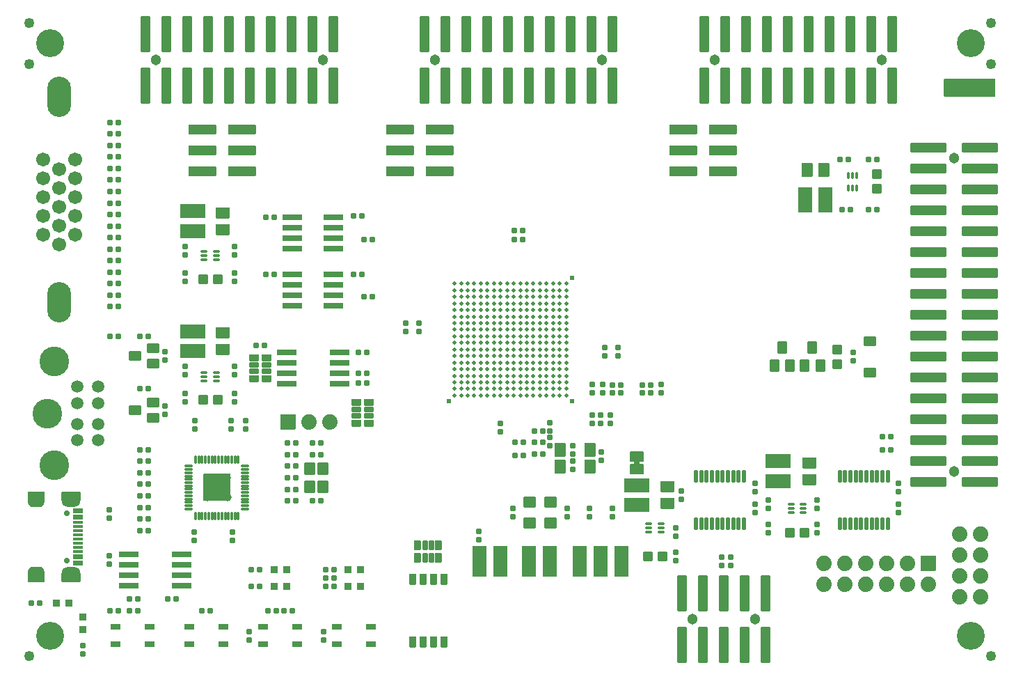
<source format=gbr>
%TF.GenerationSoftware,KiCad,Pcbnew,7.0.11-7.0.11~ubuntu22.04.1*%
%TF.CreationDate,2024-03-11T16:24:11+02:00*%
%TF.ProjectId,GateMateA1-EVB_Rev_B,47617465-4d61-4746-9541-312d4556425f,B*%
%TF.SameCoordinates,PX5f5e100PY7bfa480*%
%TF.FileFunction,Soldermask,Top*%
%TF.FilePolarity,Negative*%
%FSLAX46Y46*%
G04 Gerber Fmt 4.6, Leading zero omitted, Abs format (unit mm)*
G04 Created by KiCad (PCBNEW 7.0.11-7.0.11~ubuntu22.04.1) date 2024-03-11 16:24:11*
%MOMM*%
%LPD*%
G01*
G04 APERTURE LIST*
G04 Aperture macros list*
%AMRoundRect*
0 Rectangle with rounded corners*
0 $1 Rounding radius*
0 $2 $3 $4 $5 $6 $7 $8 $9 X,Y pos of 4 corners*
0 Add a 4 corners polygon primitive as box body*
4,1,4,$2,$3,$4,$5,$6,$7,$8,$9,$2,$3,0*
0 Add four circle primitives for the rounded corners*
1,1,$1+$1,$2,$3*
1,1,$1+$1,$4,$5*
1,1,$1+$1,$6,$7*
1,1,$1+$1,$8,$9*
0 Add four rect primitives between the rounded corners*
20,1,$1+$1,$2,$3,$4,$5,0*
20,1,$1+$1,$4,$5,$6,$7,0*
20,1,$1+$1,$6,$7,$8,$9,0*
20,1,$1+$1,$8,$9,$2,$3,0*%
G04 Aperture macros list end*
%ADD10RoundRect,0.050800X0.250000X0.275000X-0.250000X0.275000X-0.250000X-0.275000X0.250000X-0.275000X0*%
%ADD11RoundRect,0.050800X-0.250000X-0.275000X0.250000X-0.275000X0.250000X0.275000X-0.250000X0.275000X0*%
%ADD12RoundRect,0.050800X0.275000X-0.250000X0.275000X0.250000X-0.275000X0.250000X-0.275000X-0.250000X0*%
%ADD13RoundRect,0.050800X-0.275000X0.250000X-0.275000X-0.250000X0.275000X-0.250000X0.275000X0.250000X0*%
%ADD14RoundRect,0.050800X-1.651000X-0.508000X1.651000X-0.508000X1.651000X0.508000X-1.651000X0.508000X0*%
%ADD15RoundRect,0.050800X-1.500000X0.800000X-1.500000X-0.800000X1.500000X-0.800000X1.500000X0.800000X0*%
%ADD16C,0.701600*%
%ADD17RoundRect,0.050800X-1.100000X0.550000X-1.100000X-0.550000X1.100000X-0.550000X1.100000X0.550000X0*%
%ADD18O,2.301600X1.301600*%
%ADD19RoundRect,0.050800X-1.000000X0.550000X-1.000000X-0.550000X1.000000X-0.550000X1.000000X0.550000X0*%
%ADD20O,2.101600X1.401600*%
%ADD21RoundRect,0.050800X-0.575000X0.150000X-0.575000X-0.150000X0.575000X-0.150000X0.575000X0.150000X0*%
%ADD22RoundRect,0.050800X-0.575000X0.125000X-0.575000X-0.125000X0.575000X-0.125000X0.575000X0.125000X0*%
%ADD23C,1.301600*%
%ADD24RoundRect,0.050800X-2.125000X-0.500000X2.125000X-0.500000X2.125000X0.500000X-2.125000X0.500000X0*%
%ADD25RoundRect,0.050800X2.125000X0.500000X-2.125000X0.500000X-2.125000X-0.500000X2.125000X-0.500000X0*%
%ADD26RoundRect,0.050800X0.500000X-2.125000X0.500000X2.125000X-0.500000X2.125000X-0.500000X-2.125000X0*%
%ADD27C,1.879600*%
%ADD28RoundRect,0.050800X1.100000X-0.300000X1.100000X0.300000X-1.100000X0.300000X-1.100000X-0.300000X0*%
%ADD29RoundRect,0.050800X-0.380000X-0.635000X0.380000X-0.635000X0.380000X0.635000X-0.380000X0.635000X0*%
%ADD30RoundRect,0.050800X-0.350000X-0.125000X0.350000X-0.125000X0.350000X0.125000X-0.350000X0.125000X0*%
%ADD31RoundRect,0.050800X-1.100000X0.300000X-1.100000X-0.300000X1.100000X-0.300000X1.100000X0.300000X0*%
%ADD32RoundRect,0.050800X-0.508000X0.508000X-0.508000X-0.508000X0.508000X-0.508000X0.508000X0.508000X0*%
%ADD33RoundRect,0.050800X-0.508000X-0.508000X0.508000X-0.508000X0.508000X0.508000X-0.508000X0.508000X0*%
%ADD34C,1.254000*%
%ADD35RoundRect,0.050800X0.800100X-0.584200X0.800100X0.584200X-0.800100X0.584200X-0.800100X-0.584200X0*%
%ADD36RoundRect,0.050800X0.254000X-0.381000X0.254000X0.381000X-0.254000X0.381000X-0.254000X-0.381000X0*%
%ADD37RoundRect,0.050800X-0.889000X0.889000X-0.889000X-0.889000X0.889000X-0.889000X0.889000X0.889000X0*%
%ADD38RoundRect,0.050800X-0.762000X-0.635000X0.762000X-0.635000X0.762000X0.635000X-0.762000X0.635000X0*%
%ADD39RoundRect,0.050800X0.700000X-0.500000X0.700000X0.500000X-0.700000X0.500000X-0.700000X-0.500000X0*%
%ADD40C,3.401601*%
%ADD41RoundRect,0.050800X0.400000X0.400000X-0.400000X0.400000X-0.400000X-0.400000X0.400000X-0.400000X0*%
%ADD42C,1.511600*%
%ADD43C,3.601600*%
%ADD44RoundRect,0.050800X-0.500000X2.125000X-0.500000X-2.125000X0.500000X-2.125000X0.500000X2.125000X0*%
%ADD45RoundRect,0.050800X0.508000X-0.381000X0.508000X0.381000X-0.508000X0.381000X-0.508000X-0.381000X0*%
%ADD46RoundRect,0.050800X0.508000X-0.254000X0.508000X0.254000X-0.508000X0.254000X-0.508000X-0.254000X0*%
%ADD47RoundRect,0.050800X-0.525000X-0.325000X0.525000X-0.325000X0.525000X0.325000X-0.525000X0.325000X0*%
%ADD48RoundRect,0.050800X0.825500X1.841500X-0.825500X1.841500X-0.825500X-1.841500X0.825500X-1.841500X0*%
%ADD49RoundRect,0.050800X0.635000X-0.762000X0.635000X0.762000X-0.635000X0.762000X-0.635000X-0.762000X0*%
%ADD50RoundRect,0.050800X-0.381000X-0.508000X0.381000X-0.508000X0.381000X0.508000X-0.381000X0.508000X0*%
%ADD51RoundRect,0.050800X-0.254000X-0.508000X0.254000X-0.508000X0.254000X0.508000X-0.254000X0.508000X0*%
%ADD52RoundRect,0.050800X0.100000X-0.437500X0.100000X0.437500X-0.100000X0.437500X-0.100000X-0.437500X0*%
%ADD53RoundRect,0.050800X0.437500X-0.100000X0.437500X0.100000X-0.437500X0.100000X-0.437500X-0.100000X0*%
%ADD54C,1.000000*%
%ADD55C,1.800000*%
%ADD56RoundRect,0.050800X1.600000X-1.600000X1.600000X1.600000X-1.600000X1.600000X-1.600000X-1.600000X0*%
%ADD57RoundRect,0.050800X0.125000X-0.350000X0.125000X0.350000X-0.125000X0.350000X-0.125000X-0.350000X0*%
%ADD58C,0.501600*%
%ADD59C,0.601600*%
%ADD60RoundRect,0.050800X0.175000X0.700000X-0.175000X0.700000X-0.175000X-0.700000X0.175000X-0.700000X0*%
%ADD61RoundRect,0.050800X-0.600000X0.700000X-0.600000X-0.700000X0.600000X-0.700000X0.600000X0.700000X0*%
%ADD62RoundRect,0.050800X-0.700000X-0.500000X0.700000X-0.500000X0.700000X0.500000X-0.700000X0.500000X0*%
%ADD63RoundRect,0.050800X0.508000X-0.508000X0.508000X0.508000X-0.508000X0.508000X-0.508000X-0.508000X0*%
%ADD64C,1.701600*%
%ADD65O,2.901600X4.901600*%
%ADD66RoundRect,0.050800X-0.500000X-0.700000X0.500000X-0.700000X0.500000X0.700000X-0.500000X0.700000X0*%
%ADD67RoundRect,0.050800X-0.400000X0.400000X-0.400000X-0.400000X0.400000X-0.400000X0.400000X0.400000X0*%
%ADD68RoundRect,0.050800X-0.889000X-0.889000X0.889000X-0.889000X0.889000X0.889000X-0.889000X0.889000X0*%
%ADD69RoundRect,0.050800X-0.800000X-1.500000X0.800000X-1.500000X0.800000X1.500000X-0.800000X1.500000X0*%
%ADD70RoundRect,0.050800X-0.700000X-0.600000X0.700000X-0.600000X0.700000X0.600000X-0.700000X0.600000X0*%
G04 APERTURE END LIST*
D10*
X11292000Y7000000D03*
D11*
X12308000Y7000000D03*
X77100000Y34500000D03*
D10*
X76084000Y34500000D03*
D12*
X26200000Y16608000D03*
D13*
X26200000Y15592000D03*
D14*
X22587000Y65540000D03*
X27413000Y65540000D03*
X22587000Y63000000D03*
X27413000Y63000000D03*
X22587000Y60460000D03*
X27413000Y60460000D03*
D15*
X92600000Y22800000D03*
X92600000Y25200000D03*
D16*
X6030000Y13110000D03*
X6030000Y18890000D03*
D17*
X6530000Y11072400D03*
D18*
X6530000Y11680000D03*
X6530000Y20320000D03*
D17*
X6530000Y20927600D03*
D19*
X2350000Y11072400D03*
D20*
X2350000Y11680000D03*
X2350000Y20320000D03*
D19*
X2350000Y20927600D03*
D21*
X7432000Y19325000D03*
X7432000Y18525000D03*
D22*
X7432000Y17250000D03*
X7432000Y16250000D03*
X7432000Y15750000D03*
X7432000Y14750000D03*
D21*
X7432000Y13475000D03*
X7432000Y12675000D03*
X7432000Y12925000D03*
X7432000Y13725000D03*
D22*
X7432000Y14250000D03*
X7432000Y15250000D03*
X7432000Y16750000D03*
X7432000Y17750000D03*
D21*
X7432000Y18275000D03*
X7432000Y19075000D03*
D23*
X114000000Y62050000D03*
X114000000Y23950000D03*
D24*
X110875000Y63320000D03*
X117125000Y63320000D03*
X110875000Y60780000D03*
X117125000Y60780000D03*
X110875000Y58240000D03*
X117125000Y58240000D03*
X110875000Y55700000D03*
X117125000Y55700000D03*
X110875000Y53160000D03*
X117125000Y53160000D03*
X110875000Y50620000D03*
X117125000Y50620000D03*
X110875000Y48080000D03*
X117125000Y48080000D03*
X110875000Y45540000D03*
X117125000Y45540000D03*
X110875000Y43000000D03*
X117125000Y43000000D03*
X110875000Y40460000D03*
X117125000Y40460000D03*
D25*
X110875000Y37920000D03*
D24*
X117125000Y37920000D03*
D25*
X110875000Y35380000D03*
D24*
X117125000Y35380000D03*
D25*
X110875000Y32840000D03*
D24*
X117125000Y32840000D03*
D25*
X110875000Y30300000D03*
D24*
X117125000Y30300000D03*
D25*
X110875000Y27760000D03*
D24*
X117125000Y27760000D03*
D25*
X110875000Y25220000D03*
D24*
X117125000Y25220000D03*
D25*
X110875000Y22680000D03*
D24*
X117125000Y22680000D03*
D23*
X16840000Y74000000D03*
X37160000Y74000000D03*
D26*
X15570000Y70875000D03*
X15570000Y77125000D03*
X18110000Y70875000D03*
X18110000Y77125000D03*
X20650000Y70875000D03*
X20650000Y77125000D03*
X23190000Y70875000D03*
X23190000Y77125000D03*
X25730000Y70875000D03*
X25730000Y77125000D03*
X28270000Y70875000D03*
X28270000Y77125000D03*
X30810000Y70875000D03*
X30810000Y77125000D03*
X33350000Y70875000D03*
X33350000Y77125000D03*
X35890000Y70875000D03*
X35890000Y77125000D03*
X38430000Y70875000D03*
X38430000Y77125000D03*
D27*
X114630000Y11255000D03*
D23*
X84840000Y74000000D03*
X105160000Y74000000D03*
D26*
X83570000Y70875000D03*
X83570000Y77125000D03*
X86110000Y70875000D03*
X86110000Y77125000D03*
X88650000Y70875000D03*
X88650000Y77125000D03*
X91190000Y70875000D03*
X91190000Y77125000D03*
X93730000Y70875000D03*
X93730000Y77125000D03*
X96270000Y70875000D03*
X96270000Y77125000D03*
X98810000Y70875000D03*
X98810000Y77125000D03*
X101350000Y70875000D03*
X101350000Y77125000D03*
X103890000Y70875000D03*
X103890000Y77125000D03*
X106430000Y70875000D03*
X106430000Y77125000D03*
D28*
X20035000Y10095000D03*
X20035000Y11365000D03*
X20035000Y12635000D03*
X20035000Y13905000D03*
X13565000Y13905000D03*
X13565000Y12635000D03*
X13565000Y11365000D03*
X13565000Y10095000D03*
D11*
X41908000Y55000000D03*
D10*
X40892000Y55000000D03*
D29*
X48095000Y3190000D03*
X49365000Y3190000D03*
X50635000Y3190000D03*
X51905000Y3190000D03*
X51905000Y10810000D03*
X50635000Y10810000D03*
X49365000Y10810000D03*
X48095000Y10810000D03*
D10*
X62892000Y28900000D03*
D11*
X63908000Y28900000D03*
D30*
X94150000Y20000000D03*
X94150000Y19500000D03*
X94150000Y19000000D03*
X95650000Y19000000D03*
X95650000Y19500000D03*
X95650000Y20000000D03*
D10*
X37492000Y11000000D03*
D11*
X38508000Y11000000D03*
D31*
X33500000Y54905000D03*
X33500000Y53635000D03*
X33500000Y52365000D03*
X33500000Y51095000D03*
X38500000Y51095000D03*
X38500000Y52365000D03*
X38500000Y53635000D03*
X38500000Y54905000D03*
D10*
X11292000Y44000000D03*
D11*
X12308000Y44000000D03*
D10*
X103600000Y61900000D03*
D11*
X104616000Y61900000D03*
D27*
X117170000Y16335000D03*
D13*
X101750000Y37392000D03*
D12*
X101750000Y38408000D03*
X86800000Y13508000D03*
D13*
X86800000Y12492000D03*
X60300001Y18492000D03*
D12*
X60300001Y19508000D03*
D11*
X77100000Y33500000D03*
D10*
X76084000Y33500000D03*
D11*
X15908000Y23800000D03*
D10*
X14892000Y23800000D03*
D13*
X91400000Y19492000D03*
D12*
X91400000Y20508000D03*
D11*
X71008000Y30800000D03*
D10*
X69992000Y30800000D03*
D13*
X18000000Y37492001D03*
D12*
X18000000Y38508001D03*
D32*
X99750000Y38788999D03*
X99750000Y37010999D03*
D10*
X14892000Y21000000D03*
D11*
X15908000Y21000000D03*
D13*
X70000000Y33492000D03*
D12*
X70000000Y34508000D03*
D33*
X22600000Y47300000D03*
X24378000Y47300000D03*
D34*
X118500000Y1500000D03*
D35*
X75400000Y24238000D03*
X75400000Y24238000D03*
D36*
X75400000Y24746000D03*
X75400000Y25254000D03*
D35*
X75400000Y25762000D03*
D12*
X91400000Y17508000D03*
D13*
X91400000Y16492000D03*
D11*
X15908000Y34000000D03*
D10*
X14892000Y34000000D03*
D12*
X85700000Y13508000D03*
D13*
X85700000Y12492000D03*
X26400000Y50292000D03*
D12*
X26400000Y51308000D03*
D11*
X12308000Y40400000D03*
D10*
X11292000Y40400000D03*
D12*
X71500000Y39008000D03*
D13*
X71500000Y37992000D03*
D11*
X2758000Y8000000D03*
D10*
X1742000Y8000000D03*
D11*
X38508000Y10000000D03*
D10*
X37492000Y10000000D03*
D37*
X110850000Y12770000D03*
D27*
X108310000Y12770000D03*
X105770000Y12770000D03*
X103230000Y12770000D03*
X100690000Y12770000D03*
X98150000Y12770000D03*
X110850000Y10230000D03*
X108310000Y10230000D03*
X105770000Y10230000D03*
X103230000Y10230000D03*
X100690000Y10230000D03*
X98150000Y10230000D03*
D38*
X79100000Y22116000D03*
X79100000Y20084000D03*
D10*
X41492000Y35900000D03*
D11*
X42508000Y35900000D03*
D39*
X103750000Y35999999D03*
X103750000Y39799999D03*
D12*
X28250000Y4508000D03*
D13*
X28250000Y3492000D03*
X37250000Y3492000D03*
D12*
X37250000Y4508000D03*
D13*
X80800000Y20592000D03*
D12*
X80800000Y21608000D03*
D11*
X29508000Y10000000D03*
D10*
X28492000Y10000000D03*
X11292000Y55200000D03*
D11*
X12308000Y55200000D03*
D40*
X4000000Y76000000D03*
D11*
X12308000Y58000000D03*
D10*
X11292000Y58000000D03*
D41*
X4738000Y8000000D03*
X6262000Y8000000D03*
D12*
X97300000Y17508000D03*
D13*
X97300000Y16492000D03*
D12*
X78300000Y34508000D03*
D13*
X78300000Y33492000D03*
D34*
X118500000Y73500000D03*
D42*
X7270000Y29730000D03*
X7270000Y32270000D03*
X7270000Y27740000D03*
X7270000Y34260000D03*
X9810000Y27740000D03*
X9810000Y34260000D03*
X9810000Y32270000D03*
X9810000Y29730000D03*
D43*
X4500000Y37300000D03*
X3700000Y31000000D03*
X4500000Y24700000D03*
D11*
X15908000Y16800000D03*
D10*
X14892000Y16800000D03*
D31*
X33500000Y47905000D03*
X33500000Y46635000D03*
X33500000Y45365000D03*
X33500000Y44095000D03*
X38500000Y44095000D03*
X38500000Y45365000D03*
X38500000Y46635000D03*
X38500000Y47905000D03*
D11*
X36908000Y20400000D03*
D10*
X35892000Y20400000D03*
D33*
X76711000Y13600000D03*
X78489000Y13600000D03*
D10*
X11292000Y45400000D03*
D11*
X12308000Y45400000D03*
D34*
X1500000Y73500000D03*
D10*
X35892000Y26000000D03*
D11*
X36908000Y26000000D03*
X12308001Y53800000D03*
D10*
X11292001Y53800000D03*
X11292001Y62200000D03*
D11*
X12308001Y62200000D03*
D41*
X31238000Y10000000D03*
X32762000Y10000000D03*
D12*
X107250000Y22508000D03*
D13*
X107250000Y21492000D03*
D38*
X96400000Y25016000D03*
X96400000Y22984000D03*
D13*
X64800000Y27092000D03*
D12*
X64800000Y28108000D03*
D34*
X1500000Y78500000D03*
D10*
X62892000Y27500000D03*
D11*
X63908000Y27500000D03*
D12*
X72200000Y30808000D03*
D13*
X72200000Y29792000D03*
D10*
X62892000Y26100000D03*
D11*
X63908000Y26100000D03*
D10*
X35892000Y27393800D03*
D11*
X36908000Y27393800D03*
D40*
X116000000Y4000000D03*
D11*
X29508000Y12000000D03*
D10*
X28492000Y12000000D03*
D33*
X94011000Y16500000D03*
X95789000Y16500000D03*
D13*
X20400000Y50292000D03*
D12*
X20400000Y51308000D03*
D10*
X11292000Y51000000D03*
D11*
X12308000Y51000000D03*
D23*
X89810000Y6000000D03*
X82190000Y6000000D03*
D44*
X91080000Y9125000D03*
X91080000Y2875000D03*
X88540000Y9125000D03*
X88540000Y2875000D03*
X86000000Y9125000D03*
X86000000Y2875000D03*
X83460000Y9125000D03*
X83460000Y2875000D03*
X80920000Y9125000D03*
X80920000Y2875000D03*
D13*
X80150000Y16092000D03*
D12*
X80150000Y17108000D03*
D11*
X61508000Y52200000D03*
D10*
X60492000Y52200000D03*
D12*
X21500000Y16608000D03*
D13*
X21500000Y15592000D03*
D10*
X11292000Y63600000D03*
D11*
X12308000Y63600000D03*
D45*
X42762000Y29830000D03*
X41238000Y29830000D03*
D46*
X42762000Y30719000D03*
X41238000Y30719000D03*
X42762000Y31481000D03*
X41238000Y31481000D03*
D45*
X42762000Y32370000D03*
X41238000Y32370000D03*
D15*
X21400000Y53200000D03*
X21400000Y55600000D03*
D47*
X38925000Y5075000D03*
X43075000Y5075000D03*
X38925000Y2925000D03*
X43075000Y2925000D03*
D11*
X106308000Y28200000D03*
D10*
X105292000Y28200000D03*
D48*
X64770000Y13000000D03*
X62230000Y13000000D03*
D12*
X58800000Y29808000D03*
D13*
X58800000Y28792000D03*
D47*
X29925000Y5075000D03*
X34075000Y5075000D03*
X29925000Y2925000D03*
X34075000Y2925000D03*
D45*
X30362000Y35230000D03*
X28838000Y35230000D03*
D46*
X30362000Y36119000D03*
X28838000Y36119000D03*
X30362000Y36881000D03*
X28838000Y36881000D03*
D45*
X30362000Y37770000D03*
X28838000Y37770000D03*
D13*
X71200000Y33492000D03*
D12*
X71200000Y34508000D03*
D49*
X96084000Y60600000D03*
X98116000Y60600000D03*
D13*
X89750000Y18992000D03*
D12*
X89750000Y20008000D03*
D13*
X69600000Y18492000D03*
D12*
X69600000Y19508000D03*
X56200000Y16708000D03*
D13*
X56200000Y15692000D03*
X26400000Y35692000D03*
D12*
X26400000Y36708000D03*
D10*
X41492000Y34700000D03*
D11*
X42508000Y34700000D03*
D10*
X32892000Y24600000D03*
D11*
X33908000Y24600000D03*
D49*
X66100000Y24584000D03*
X66100000Y26616000D03*
D27*
X114630000Y13795000D03*
D50*
X48730000Y13428000D03*
X48730000Y14952000D03*
D51*
X49619000Y13428000D03*
X49619000Y14952000D03*
X50381000Y13428000D03*
X50381000Y14952000D03*
D50*
X51270000Y13428000D03*
X51270000Y14952000D03*
D31*
X32765000Y38405000D03*
X32765000Y37135000D03*
X32765000Y35865000D03*
X32765000Y34595000D03*
X39235000Y34595000D03*
X39235000Y35865000D03*
X39235000Y37135000D03*
X39235000Y38405000D03*
D13*
X20400000Y35692000D03*
D12*
X20400000Y36708000D03*
D15*
X21400000Y38600000D03*
X21400000Y41000000D03*
D10*
X11292000Y48200000D03*
D11*
X12308000Y48200000D03*
D10*
X105292000Y26600000D03*
D11*
X106308000Y26600000D03*
D10*
X11292001Y59400000D03*
D11*
X12308001Y59400000D03*
D27*
X114630000Y8715000D03*
D10*
X32892000Y21800000D03*
D11*
X33908000Y21800000D03*
D52*
X21700000Y18568700D03*
X22100000Y18568700D03*
X22500000Y18568700D03*
X22900000Y18568700D03*
X23300000Y18568700D03*
X23700000Y18568700D03*
X24100000Y18568700D03*
X24500000Y18568700D03*
X24900000Y18568700D03*
X25300000Y18568700D03*
X25700000Y18568700D03*
X26100000Y18568700D03*
X26500000Y18568700D03*
X26900000Y18568700D03*
D53*
X27737500Y19406200D03*
X27737500Y19806200D03*
X27737500Y20206200D03*
X27737500Y20606200D03*
X27737500Y21006200D03*
X27737500Y21406200D03*
X27737500Y21806200D03*
X27737500Y22206200D03*
X27737500Y22606200D03*
X27737500Y23006200D03*
X27737500Y23406200D03*
X27737500Y23806200D03*
X27737500Y24206200D03*
X27737500Y24606200D03*
D52*
X26900000Y25443700D03*
X26500000Y25443700D03*
X26100000Y25443700D03*
X25700000Y25443700D03*
X25300000Y25443700D03*
X24900000Y25443700D03*
X24500000Y25443700D03*
X24100000Y25443700D03*
X23700000Y25443700D03*
X23300000Y25443700D03*
X22900000Y25443700D03*
X22500000Y25443700D03*
X22100000Y25443700D03*
X21700000Y25443700D03*
D53*
X20862500Y24606200D03*
X20862500Y24206200D03*
X20862500Y23806200D03*
X20862500Y23406200D03*
X20862500Y23006200D03*
X20862500Y22606200D03*
X20862500Y22206200D03*
X20862500Y21806200D03*
X20862500Y21406200D03*
X20862500Y21006200D03*
X20862500Y20606200D03*
X20862500Y20206200D03*
X20862500Y19806200D03*
X20862500Y19406200D03*
D54*
X23100000Y23206200D03*
X23100000Y20806200D03*
D55*
X24300000Y22006200D03*
D56*
X24300000Y22006200D03*
D54*
X25500000Y23206200D03*
X25570000Y20806200D03*
D10*
X60592000Y25900000D03*
D11*
X61608000Y25900000D03*
D47*
X11925000Y5075000D03*
X16075000Y5075000D03*
X11925000Y2925000D03*
X16075000Y2925000D03*
D10*
X60592000Y27500000D03*
D11*
X61608000Y27500000D03*
D10*
X30292000Y47900000D03*
D11*
X31308000Y47900000D03*
D30*
X22750000Y50700000D03*
X22750000Y50200000D03*
X22750000Y49700000D03*
X24250000Y49700000D03*
X24250000Y50200000D03*
X24250000Y50700000D03*
D10*
X13692000Y7000000D03*
D11*
X14708000Y7000000D03*
D13*
X66899999Y18492000D03*
D12*
X66899999Y19508000D03*
D57*
X101108000Y58450000D03*
X101608000Y58450000D03*
X102108000Y58450000D03*
X102108000Y59950000D03*
X101608000Y59950000D03*
X101108000Y59950000D03*
D40*
X4000000Y4000000D03*
D13*
X97300000Y19492000D03*
D12*
X97300000Y20508000D03*
D58*
X53200000Y46800000D03*
X54000000Y46800000D03*
X54800000Y46800000D03*
X55600000Y46800000D03*
X56400000Y46800000D03*
X57200000Y46800000D03*
X58000000Y46800000D03*
X58800000Y46800000D03*
X59600000Y46800000D03*
X60400000Y46800000D03*
X61200000Y46800000D03*
X62000000Y46800000D03*
X62800000Y46800000D03*
X63600000Y46800000D03*
X64400000Y46800000D03*
X65200000Y46800000D03*
X66000000Y46800000D03*
X66800000Y46800000D03*
X53200000Y46000000D03*
X54000000Y46000000D03*
X54800000Y46000000D03*
X55600000Y46000000D03*
X56400000Y46000000D03*
X57200000Y46000000D03*
X58000000Y46000000D03*
X58800000Y46000000D03*
X59600000Y46000000D03*
X60400000Y46000000D03*
X61200000Y46000000D03*
X62000000Y46000000D03*
X62800000Y46000000D03*
X63600000Y46000000D03*
X64400000Y46000000D03*
X65200000Y46000000D03*
X66000000Y46000000D03*
X66800000Y46000000D03*
X53200000Y45200000D03*
X54000000Y45200000D03*
X54800000Y45200000D03*
X55600000Y45200000D03*
X56400000Y45200000D03*
X57200000Y45200000D03*
X58000000Y45200000D03*
X58800000Y45200000D03*
X59600000Y45200000D03*
X60400000Y45200000D03*
X61200000Y45200000D03*
X62000000Y45200000D03*
X62800000Y45200000D03*
X63600000Y45200000D03*
X64400000Y45200000D03*
X65200000Y45200000D03*
X66000000Y45200000D03*
X66800000Y45200000D03*
X53200000Y44400000D03*
X54000000Y44400000D03*
X54800000Y44400000D03*
X55600000Y44400000D03*
X56400000Y44400000D03*
X57200000Y44400000D03*
X58000000Y44400000D03*
X58800000Y44400000D03*
X59600000Y44400000D03*
X60400000Y44400000D03*
X61200000Y44400000D03*
X62000000Y44400000D03*
X62800000Y44400000D03*
X63600000Y44400000D03*
X64400000Y44400000D03*
X65200000Y44400000D03*
X66000000Y44400000D03*
X66800000Y44400000D03*
X53200000Y43600000D03*
X54000000Y43600000D03*
X54800000Y43600000D03*
X55600000Y43600000D03*
X56400000Y43600000D03*
X57200000Y43600000D03*
X58000000Y43600000D03*
X58800000Y43600000D03*
X59600000Y43600000D03*
X60400000Y43600000D03*
X61200000Y43600000D03*
X62000000Y43600000D03*
X62800000Y43600000D03*
X63600000Y43600000D03*
X64400000Y43600000D03*
X65200000Y43600000D03*
X66000000Y43600000D03*
X66800000Y43600000D03*
X53200000Y42800000D03*
X54000000Y42800000D03*
X54800000Y42800000D03*
X55600000Y42800000D03*
X56400000Y42800000D03*
X57200000Y42800000D03*
X58000000Y42800000D03*
X58800000Y42800000D03*
X59600000Y42800000D03*
X60400000Y42800000D03*
X61200000Y42800000D03*
X62000000Y42800000D03*
X62800000Y42800000D03*
X63600000Y42800000D03*
X64400000Y42800000D03*
X65200000Y42800000D03*
X66000000Y42800000D03*
X66800000Y42800000D03*
X53200000Y42000000D03*
X54000000Y42000000D03*
X54800000Y42000000D03*
X55600000Y42000000D03*
X56400000Y42000000D03*
X57200000Y42000000D03*
X58000000Y42000000D03*
X58800000Y42000000D03*
X59600000Y42000000D03*
X60400000Y42000000D03*
X61200000Y42000000D03*
X62000000Y42000000D03*
X62800000Y42000000D03*
X63600000Y42000000D03*
X64400000Y42000000D03*
X65200000Y42000000D03*
X66000000Y42000000D03*
X66800000Y42000000D03*
X53200000Y41200000D03*
X54000000Y41200000D03*
X54800000Y41200000D03*
X55600000Y41200000D03*
X56400000Y41200000D03*
X57200000Y41200000D03*
X58000000Y41200000D03*
X58800000Y41200000D03*
X59600000Y41200000D03*
X60400000Y41200000D03*
X61200000Y41200000D03*
X62000000Y41200000D03*
X62800000Y41200000D03*
X63600000Y41200000D03*
X64400000Y41200000D03*
X65200000Y41200000D03*
X66000000Y41200000D03*
X66800000Y41200000D03*
X53200000Y40400000D03*
X54000000Y40400000D03*
X54800000Y40400000D03*
X55600000Y40400000D03*
X56400000Y40400000D03*
X57200000Y40400000D03*
X58000000Y40400000D03*
X58800000Y40400000D03*
X59600000Y40400000D03*
X60400000Y40400000D03*
X61200000Y40400000D03*
X62000000Y40400000D03*
X62800000Y40400000D03*
X63600000Y40400000D03*
X64400000Y40400000D03*
X65200000Y40400000D03*
X66000000Y40400000D03*
X66800000Y40400000D03*
X53200000Y39600000D03*
X54000000Y39600000D03*
X54800000Y39600000D03*
X55600000Y39600000D03*
X56400000Y39600000D03*
X57200000Y39600000D03*
X58000000Y39600000D03*
X58800000Y39600000D03*
X59600000Y39600000D03*
X60400000Y39600000D03*
X61200000Y39600000D03*
X62000000Y39600000D03*
X62800000Y39600000D03*
X63600000Y39600000D03*
X64400000Y39600000D03*
X65200000Y39600000D03*
X66000000Y39600000D03*
X66800000Y39600000D03*
D59*
X67500000Y47500000D03*
X67500000Y32500000D03*
X52500000Y32500000D03*
D58*
X53200000Y38800000D03*
X54000000Y38800000D03*
X54800000Y38800000D03*
X55600000Y38800000D03*
X56400000Y38800000D03*
X57200000Y38800000D03*
X58000000Y38800000D03*
X58800000Y38800000D03*
X59600000Y38800000D03*
X60400000Y38800000D03*
X61200000Y38800000D03*
X62000000Y38800000D03*
X62800000Y38800000D03*
X63600000Y38800000D03*
X64400000Y38800000D03*
X65200000Y38800000D03*
X66000000Y38800000D03*
X66800000Y38800000D03*
X53200000Y38000000D03*
X54000000Y38000000D03*
X54800000Y38000000D03*
X55600000Y38000000D03*
X56400000Y38000000D03*
X57200000Y38000000D03*
X58000000Y38000000D03*
X58800000Y38000000D03*
X59600000Y38000000D03*
X60400000Y38000000D03*
X61200000Y38000000D03*
X62000000Y38000000D03*
X62800000Y38000000D03*
X63600000Y38000000D03*
X64400000Y38000000D03*
X65200000Y38000000D03*
X66000000Y38000000D03*
X66800000Y38000000D03*
X53200000Y37200000D03*
X54000000Y37200000D03*
X54800000Y37200000D03*
X55600000Y37200000D03*
X56400000Y37200000D03*
X57200000Y37200000D03*
X58000000Y37200000D03*
X58800000Y37200000D03*
X59600000Y37200000D03*
X60400000Y37200000D03*
X61200000Y37200000D03*
X62000000Y37200000D03*
X62800000Y37200000D03*
X63600000Y37200000D03*
X64400000Y37200000D03*
X65200000Y37200000D03*
X66000000Y37200000D03*
X66800000Y37200000D03*
X53200000Y36400000D03*
X54000000Y36400000D03*
X54800000Y36400000D03*
X55600000Y36400000D03*
X56400000Y36400000D03*
X57200000Y36400000D03*
X58000000Y36400000D03*
X58800000Y36400000D03*
X59600000Y36400000D03*
X60400000Y36400000D03*
X61200000Y36400000D03*
X62000000Y36400000D03*
X62800000Y36400000D03*
X63600000Y36400000D03*
X64400000Y36400000D03*
X65200000Y36400000D03*
X66000000Y36400000D03*
X66800000Y36400000D03*
X53200000Y35600000D03*
X54000000Y35600000D03*
X54800000Y35600000D03*
X55600000Y35600000D03*
X56400000Y35600000D03*
X57200000Y35600000D03*
X58000000Y35600000D03*
X58800000Y35600000D03*
X59600000Y35600000D03*
X60400000Y35600000D03*
X61200000Y35600000D03*
X62000000Y35600000D03*
X62800000Y35600000D03*
X63600000Y35600000D03*
X64400000Y35600000D03*
X65200000Y35600000D03*
X66000000Y35600000D03*
X66800000Y35600000D03*
X53200000Y34800000D03*
X54000000Y34800000D03*
X54800000Y34800000D03*
X55600000Y34800000D03*
X56400000Y34800000D03*
X57200000Y34800000D03*
X58000000Y34800000D03*
X58800000Y34800000D03*
X59600000Y34800000D03*
X60400000Y34800000D03*
X61200000Y34800000D03*
X62000000Y34800000D03*
X62800000Y34800000D03*
X63600000Y34800000D03*
X64400000Y34800000D03*
X65200000Y34800000D03*
X66000000Y34800000D03*
X66800000Y34800000D03*
X53200000Y34000000D03*
X54000000Y34000000D03*
X54800000Y34000000D03*
X55600000Y34000000D03*
X56400000Y34000000D03*
X57200000Y34000000D03*
X58000000Y34000000D03*
X58800000Y34000000D03*
X59600000Y34000000D03*
X60400000Y34000000D03*
X61200000Y34000000D03*
X62000000Y34000000D03*
X62800000Y34000000D03*
X63600000Y34000000D03*
X64400000Y34000000D03*
X65200000Y34000000D03*
X66000000Y34000000D03*
X66800000Y34000000D03*
X53200000Y33200000D03*
X54000000Y33200000D03*
X54800000Y33200000D03*
X55600000Y33200000D03*
X56400000Y33200000D03*
X57200000Y33200000D03*
X58000000Y33200000D03*
X58800000Y33200000D03*
X59600000Y33200000D03*
X60400000Y33200000D03*
X61200000Y33200000D03*
X62000000Y33200000D03*
X62800000Y33200000D03*
X63600000Y33200000D03*
X64400000Y33200000D03*
X65200000Y33200000D03*
X66000000Y33200000D03*
X66800000Y33200000D03*
D13*
X11200000Y12692000D03*
D12*
X11200000Y13708000D03*
D11*
X12308001Y65000000D03*
D10*
X11292001Y65000000D03*
D23*
X50840000Y74000000D03*
X71160000Y74000000D03*
D26*
X49570000Y70875000D03*
X49570000Y77125000D03*
X52110000Y70875000D03*
X52110000Y77125000D03*
X54650000Y70875000D03*
X54650000Y77125000D03*
X57190000Y70875000D03*
X57190000Y77125000D03*
X59730000Y70875000D03*
X59730000Y77125000D03*
X62270000Y70875000D03*
X62270000Y77125000D03*
X64810000Y70875000D03*
X64810000Y77125000D03*
X67350000Y70875000D03*
X67350000Y77125000D03*
X69890000Y70875000D03*
X69890000Y77125000D03*
X72430000Y70875000D03*
X72430000Y77125000D03*
D12*
X26400000Y48108000D03*
D13*
X26400000Y47092000D03*
D60*
X88425000Y23400000D03*
X87775000Y23400000D03*
X87125000Y23400000D03*
X86475000Y23400000D03*
X85825000Y23400000D03*
X85175000Y23400000D03*
X84525000Y23400000D03*
X83875000Y23400000D03*
X83225000Y23400000D03*
X82575000Y23400000D03*
X82575000Y17600000D03*
X83225000Y17600000D03*
X83875000Y17600000D03*
X84525000Y17600000D03*
X85175000Y17600000D03*
X85825000Y17600000D03*
X86475000Y17600000D03*
X87125000Y17600000D03*
X87775000Y17600000D03*
X88425000Y17600000D03*
D41*
X40238000Y12000000D03*
X41762000Y12000000D03*
D12*
X20400000Y48108000D03*
D13*
X20400000Y47092000D03*
D48*
X58770000Y13000000D03*
X56230000Y13000000D03*
D13*
X64800000Y28892000D03*
D12*
X64800000Y29908000D03*
D27*
X117170000Y11255000D03*
D30*
X76850000Y17600000D03*
X76850000Y17100000D03*
X76850000Y16600000D03*
X78350000Y16600000D03*
X78350000Y17100000D03*
X78350000Y17600000D03*
D13*
X67600000Y24192000D03*
D12*
X67600000Y25208000D03*
D11*
X12308000Y66400000D03*
D10*
X11292000Y66400000D03*
D13*
X48900000Y40992000D03*
D12*
X48900000Y42008000D03*
D10*
X22492000Y7000000D03*
D11*
X23508000Y7000000D03*
D61*
X35600000Y24300000D03*
X37200000Y22100000D03*
X37200000Y24300000D03*
X35600000Y22100000D03*
D11*
X33908000Y20400000D03*
D10*
X32892000Y20400000D03*
D11*
X30108000Y39300000D03*
D10*
X29092000Y39300000D03*
D48*
X73540000Y13000000D03*
X71000000Y13000000D03*
X68460000Y13000000D03*
D12*
X11200000Y19308000D03*
D13*
X11200000Y18292000D03*
D62*
X16507440Y30450040D03*
X16507440Y32352500D03*
X14297640Y31397460D03*
D41*
X31238000Y12000000D03*
X32762000Y12000000D03*
D27*
X114630000Y16335000D03*
D13*
X71100000Y25292000D03*
D12*
X71100000Y26308000D03*
D10*
X103592000Y55800000D03*
D11*
X104608000Y55800000D03*
D27*
X117170000Y8715000D03*
D11*
X61508000Y53300000D03*
D10*
X60492000Y53300000D03*
D11*
X15908000Y25200000D03*
D10*
X14892000Y25200000D03*
D11*
X38508000Y12000000D03*
D10*
X37492000Y12000000D03*
D63*
X104608000Y58311000D03*
X104608000Y60089000D03*
D11*
X41908000Y47900000D03*
D10*
X40892000Y47900000D03*
X11292000Y52400000D03*
D11*
X12308000Y52400000D03*
D38*
X25000000Y55416000D03*
X25000000Y53384000D03*
D10*
X11292000Y60800000D03*
D11*
X12308000Y60800000D03*
D34*
X118500000Y78500000D03*
D14*
X46587000Y65540000D03*
X51413000Y65540000D03*
X46587000Y63000000D03*
X51413000Y63000000D03*
X46587000Y60460000D03*
X51413000Y60460000D03*
D12*
X80150000Y14108000D03*
D13*
X80150000Y13092000D03*
D11*
X101116000Y61900000D03*
D10*
X100100000Y61900000D03*
D40*
X116000000Y76000000D03*
D11*
X15908000Y40400000D03*
D10*
X14892000Y40400000D03*
D11*
X33908000Y26000000D03*
D10*
X32892000Y26000000D03*
D13*
X107250000Y18992000D03*
D12*
X107250000Y20008000D03*
D62*
X16507440Y37050040D03*
X16507440Y38952500D03*
X14297640Y37997460D03*
D10*
X42192000Y52200000D03*
D11*
X43208000Y52200000D03*
D10*
X32892000Y23200000D03*
D11*
X33908000Y23200000D03*
X12308000Y49600000D03*
D10*
X11292000Y49600000D03*
X11292000Y46800000D03*
D11*
X12308000Y46800000D03*
D10*
X18292000Y8500000D03*
D11*
X19308000Y8500000D03*
X15908000Y19600000D03*
D10*
X14892000Y19600000D03*
D12*
X20400000Y33480000D03*
D13*
X20400000Y32464000D03*
D27*
X117170000Y13795000D03*
D11*
X73408000Y34500000D03*
D10*
X72392000Y34500000D03*
X32492000Y7000000D03*
D11*
X33508000Y7000000D03*
D13*
X67600000Y26092000D03*
D12*
X67600000Y27108000D03*
D64*
X7090000Y52720000D03*
X7090000Y55010000D03*
X7090000Y57300000D03*
X7090000Y59590000D03*
X7090000Y61880000D03*
X5110000Y51575000D03*
X5110000Y53865000D03*
X5110000Y56155000D03*
X5110000Y58445000D03*
X5110000Y60735000D03*
X3130000Y52720000D03*
X3130000Y55010000D03*
X3130000Y57300000D03*
X3130000Y59590000D03*
X3130000Y61880000D03*
D65*
X5110000Y69495000D03*
X5110000Y44505000D03*
D10*
X14892000Y22400000D03*
D11*
X15908000Y22400000D03*
D13*
X27800000Y29092000D03*
D12*
X27800000Y30108000D03*
D10*
X30492000Y7000000D03*
D11*
X31508000Y7000000D03*
D66*
X95800000Y36799999D03*
X97700000Y36799999D03*
X96750000Y38999999D03*
D47*
X20925000Y5075000D03*
X25075000Y5075000D03*
X20925000Y2925000D03*
X25075000Y2925000D03*
D33*
X22611000Y32700000D03*
X24389000Y32700000D03*
D12*
X8000000Y2758000D03*
D13*
X8000000Y1742000D03*
D11*
X15908000Y26600000D03*
D10*
X14892000Y26600000D03*
D11*
X15908000Y18200000D03*
D10*
X14892000Y18200000D03*
D30*
X22750000Y36000000D03*
X22750000Y35500000D03*
X22750000Y35000000D03*
X24250000Y35000000D03*
X24250000Y35500000D03*
X24250000Y36000000D03*
D67*
X8000000Y4738000D03*
X8000000Y6262000D03*
D11*
X33908000Y27393800D03*
D10*
X32892000Y27393800D03*
D13*
X21600000Y29098200D03*
D12*
X21600000Y30114200D03*
D13*
X18000000Y30892000D03*
D12*
X18000000Y31908000D03*
D10*
X11292000Y56600000D03*
D11*
X12308000Y56600000D03*
D10*
X30292000Y54900000D03*
D11*
X31308000Y54900000D03*
D49*
X69700000Y24584000D03*
X69700000Y26616000D03*
D15*
X75400000Y19900000D03*
X75400000Y22300000D03*
D11*
X71008000Y29800000D03*
D10*
X69992000Y29800000D03*
D68*
X32960000Y30000000D03*
D27*
X35500000Y30000000D03*
X38040000Y30000000D03*
D38*
X25000000Y40816000D03*
X25000000Y38784000D03*
D60*
X105925000Y23400000D03*
X105275000Y23400000D03*
X104625000Y23400000D03*
X103975000Y23400000D03*
X103325000Y23400000D03*
X102675000Y23400000D03*
X102025000Y23400000D03*
X101375000Y23400000D03*
X100725000Y23400000D03*
X100075000Y23400000D03*
X100075000Y17600000D03*
X100725000Y17600000D03*
X101375000Y17600000D03*
X102025000Y17600000D03*
X102675000Y17600000D03*
X103325000Y17600000D03*
X103975000Y17600000D03*
X104625000Y17600000D03*
X105275000Y17600000D03*
X105925000Y17600000D03*
D12*
X89750000Y22508000D03*
D13*
X89750000Y21492000D03*
X47300000Y40992000D03*
D12*
X47300000Y42008000D03*
D69*
X98300000Y57000000D03*
X95900000Y57000000D03*
D11*
X73408000Y33500000D03*
D10*
X72392000Y33500000D03*
X13692000Y8500000D03*
D11*
X14708000Y8500000D03*
D10*
X42192000Y45200000D03*
D11*
X43208000Y45200000D03*
X42508000Y38400000D03*
D10*
X41492000Y38400000D03*
D34*
X1500000Y1500000D03*
D12*
X26400000Y33480000D03*
D13*
X26400000Y32464000D03*
D70*
X62330000Y17730000D03*
X64870000Y17730000D03*
X64870000Y20270000D03*
X62330000Y20270000D03*
D13*
X26000000Y29098200D03*
D12*
X26000000Y30114200D03*
X73100000Y39008000D03*
D13*
X73100000Y37992000D03*
D14*
X81087000Y65540000D03*
X85913000Y65540000D03*
X81087000Y63000000D03*
X85913000Y63000000D03*
X81087000Y60460000D03*
X85913000Y60460000D03*
D11*
X101408000Y55800000D03*
D10*
X100392000Y55800000D03*
D12*
X72400000Y19508000D03*
D13*
X72400000Y18492000D03*
D66*
X92100000Y36800000D03*
X94000000Y36800000D03*
X93050000Y39000000D03*
D41*
X40238000Y10000000D03*
X41762000Y10000000D03*
G36*
X118943039Y71730315D02*
G01*
X118988794Y71677511D01*
X119000000Y71626000D01*
X119000000Y69624000D01*
X118980315Y69556961D01*
X118927511Y69511206D01*
X118876000Y69500000D01*
X112874000Y69500000D01*
X112806961Y69519685D01*
X112761206Y69572489D01*
X112750000Y69624000D01*
X112750000Y71626000D01*
X112769685Y71693039D01*
X112822489Y71738794D01*
X112874000Y71750000D01*
X118876000Y71750000D01*
X118943039Y71730315D01*
G37*
M02*

</source>
